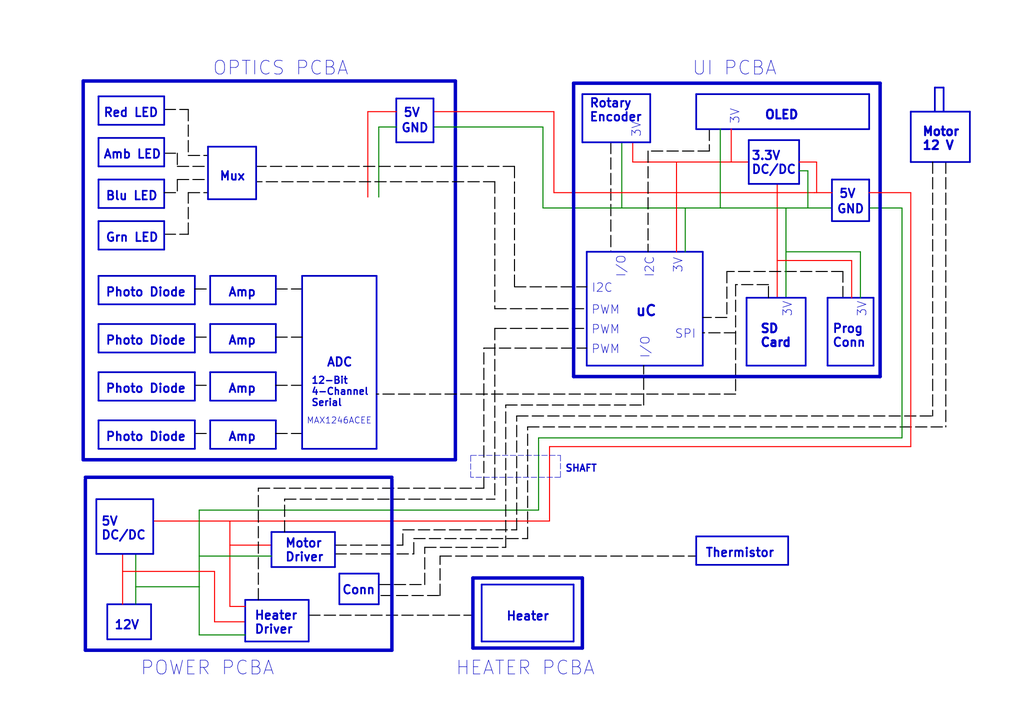
<source format=kicad_sch>
(kicad_sch
	(version 20250114)
	(generator "eeschema")
	(generator_version "9.0")
	(uuid "206eec51-5bec-4319-8668-c4b8c98b19c1")
	(paper "A4")
	(lib_symbols)
	(text "Heater"
		(exclude_from_sim no)
		(at 146.685 180.34 0)
		(effects
			(font
				(size 2.5 2.5)
				(bold yes)
			)
			(justify left bottom)
		)
		(uuid "015c5608-c318-4c6e-b29d-91127de3b387")
	)
	(text "Amp"
		(exclude_from_sim no)
		(at 66.04 128.27 0)
		(effects
			(font
				(size 2.5 2.5)
				(bold yes)
			)
			(justify left bottom)
		)
		(uuid "0663996a-3c24-4f20-866f-f072a6c2abe0")
	)
	(text "Photo Diode"
		(exclude_from_sim no)
		(at 30.48 128.27 0)
		(effects
			(font
				(size 2.5 2.5)
				(bold yes)
			)
			(justify left bottom)
		)
		(uuid "09de0000-01bf-481e-8a3a-280e20e2f0e4")
	)
	(text "Amp"
		(exclude_from_sim no)
		(at 66.04 114.3 0)
		(effects
			(font
				(size 2.5 2.5)
				(bold yes)
			)
			(justify left bottom)
		)
		(uuid "0a30f5b5-b7f2-43d2-9302-bfc99f5b193e")
	)
	(text "Photo Diode"
		(exclude_from_sim no)
		(at 30.48 100.33 0)
		(effects
			(font
				(size 2.5 2.5)
				(bold yes)
			)
			(justify left bottom)
		)
		(uuid "0a453cd0-5ab2-4b73-9dbb-41ede82318a4")
	)
	(text "Photo Diode"
		(exclude_from_sim no)
		(at 30.48 114.3 0)
		(effects
			(font
				(size 2.5 2.5)
				(bold yes)
			)
			(justify left bottom)
		)
		(uuid "0abcddaa-1998-48e9-bdac-e94239d75cb8")
	)
	(text "Rotary\nEncoder"
		(exclude_from_sim no)
		(at 170.815 35.56 0)
		(effects
			(font
				(size 2.5 2.5)
				(bold yes)
			)
			(justify left bottom)
		)
		(uuid "0e0ad59f-49c7-49e1-8181-4f4bccf85da4")
	)
	(text "I2C"
		(exclude_from_sim no)
		(at 189.865 80.645 90)
		(effects
			(font
				(size 2.5 2.5)
			)
			(justify left bottom)
		)
		(uuid "0f8ab301-2844-4510-b014-5a53e7ea7d1c")
	)
	(text "3V"
		(exclude_from_sim no)
		(at 198.12 79.375 90)
		(effects
			(font
				(size 2.5 2.5)
			)
			(justify left bottom)
		)
		(uuid "1c608d9a-9dfe-4d70-b5ae-40439679d77e")
	)
	(text "HEATER PCBA"
		(exclude_from_sim no)
		(at 132.08 196.215 0)
		(effects
			(font
				(size 4 4)
			)
			(justify left bottom)
		)
		(uuid "1f9c7422-1e77-4e92-b945-169aac2cf718")
	)
	(text "PWM"
		(exclude_from_sim no)
		(at 171.45 102.87 0)
		(effects
			(font
				(size 2.5 2.5)
			)
			(justify left bottom)
		)
		(uuid "223d0a8d-48ac-404b-a715-defd5b067676")
	)
	(text "3V"
		(exclude_from_sim no)
		(at 214.63 36.195 90)
		(effects
			(font
				(size 2.5 2.5)
			)
			(justify left bottom)
		)
		(uuid "2519df0a-a699-4f25-941d-96100cdb7313")
	)
	(text "Amb LED"
		(exclude_from_sim no)
		(at 29.845 46.355 0)
		(effects
			(font
				(size 2.5 2.5)
				(bold yes)
			)
			(justify left bottom)
		)
		(uuid "258a63f6-8f54-42d2-aa66-24cdcc9a4424")
	)
	(text "SPI"
		(exclude_from_sim no)
		(at 201.93 98.425 0)
		(effects
			(font
				(size 2.5 2.5)
			)
			(justify right bottom)
		)
		(uuid "2b0e18aa-7bd5-4548-8397-cb8f999f1c07")
	)
	(text "Conn"
		(exclude_from_sim no)
		(at 99.06 172.72 0)
		(effects
			(font
				(size 2.5 2.5)
				(thickness 0.5)
				(bold yes)
			)
			(justify left bottom)
		)
		(uuid "2c4945ad-40de-4d49-87a6-238b955c390a")
	)
	(text "GND"
		(exclude_from_sim no)
		(at 116.205 38.735 0)
		(effects
			(font
				(size 2.5 2.5)
				(bold yes)
			)
			(justify left bottom)
		)
		(uuid "37871e53-7069-49b7-a3ce-516b7396d278")
	)
	(text "5V"
		(exclude_from_sim no)
		(at 243.205 57.785 0)
		(effects
			(font
				(size 2.5 2.5)
				(bold yes)
			)
			(justify left bottom)
		)
		(uuid "3fe6700b-f20e-4e7b-b878-3a713f9e0111")
	)
	(text "Grn LED"
		(exclude_from_sim no)
		(at 30.48 70.485 0)
		(effects
			(font
				(size 2.5 2.5)
				(bold yes)
			)
			(justify left bottom)
		)
		(uuid "423d3b1f-fd47-469e-a080-a6073234b980")
	)
	(text "Prog\nConn"
		(exclude_from_sim no)
		(at 241.3 100.965 0)
		(effects
			(font
				(size 2.5 2.5)
				(bold yes)
			)
			(justify left bottom)
		)
		(uuid "47c79011-a214-4e60-b284-23deb1c6f11e")
	)
	(text "5V"
		(exclude_from_sim no)
		(at 116.84 34.29 0)
		(effects
			(font
				(size 2.5 2.5)
				(bold yes)
			)
			(justify left bottom)
		)
		(uuid "4fc39494-fc11-494c-bff3-74db81b8f1ad")
	)
	(text "OLED"
		(exclude_from_sim no)
		(at 221.615 34.925 0)
		(effects
			(font
				(size 2.5 2.5)
				(thickness 0.6)
				(bold yes)
			)
			(justify left bottom)
		)
		(uuid "54be060b-6caf-45f7-bdde-a3e4b87badca")
	)
	(text "Photo Diode"
		(exclude_from_sim no)
		(at 30.48 86.36 0)
		(effects
			(font
				(size 2.5 2.5)
				(bold yes)
			)
			(justify left bottom)
		)
		(uuid "581e2f94-590d-4ff2-ad7f-5d5d0dde144c")
	)
	(text "3V"
		(exclude_from_sim no)
		(at 251.46 92.075 90)
		(effects
			(font
				(size 2.5 2.5)
			)
			(justify left bottom)
		)
		(uuid "5cdec931-7947-465a-a2c0-d950af4cfc5a")
	)
	(text "OPTICS PCBA"
		(exclude_from_sim no)
		(at 61.595 22.225 0)
		(effects
			(font
				(size 4 4)
			)
			(justify left bottom)
		)
		(uuid "66815aca-e2d6-41bc-9074-a9fadb9ea928")
	)
	(text "3V"
		(exclude_from_sim no)
		(at 229.87 92.075 90)
		(effects
			(font
				(size 2.5 2.5)
			)
			(justify left bottom)
		)
		(uuid "68ccf638-0eda-4679-a0b8-70234cabaf32")
	)
	(text "Red LED"
		(exclude_from_sim no)
		(at 29.845 34.29 0)
		(effects
			(font
				(size 2.5 2.5)
				(bold yes)
			)
			(justify left bottom)
		)
		(uuid "707798fe-861c-4fe0-8741-efc03fdd7e8b")
	)
	(text "Blu LED"
		(exclude_from_sim no)
		(at 30.48 58.42 0)
		(effects
			(font
				(size 2.5 2.5)
				(bold yes)
			)
			(justify left bottom)
		)
		(uuid "7f1d128f-42bd-40c1-88a9-038e86a40160")
	)
	(text "3.3V\nDC/DC"
		(exclude_from_sim no)
		(at 217.805 50.8 0)
		(effects
			(font
				(size 2.5 2.5)
				(bold yes)
			)
			(justify left bottom)
		)
		(uuid "7f92bd5f-d1da-4623-b15e-ed13a745be25")
	)
	(text "Amp"
		(exclude_from_sim no)
		(at 66.04 100.33 0)
		(effects
			(font
				(size 2.5 2.5)
				(bold yes)
			)
			(justify left bottom)
		)
		(uuid "7fdaed01-4833-42bf-8684-2331ba9bc3c5")
	)
	(text "PWM"
		(exclude_from_sim no)
		(at 171.45 91.44 0)
		(effects
			(font
				(size 2.5 2.5)
			)
			(justify left bottom)
		)
		(uuid "81092086-01e6-4b6d-831b-d68158a335a7")
	)
	(text "SD\nCard"
		(exclude_from_sim no)
		(at 220.345 100.965 0)
		(effects
			(font
				(size 2.5 2.5)
				(thickness 0.6)
				(bold yes)
			)
			(justify left bottom)
		)
		(uuid "84a999af-0021-42d0-90ef-70cce90b30da")
	)
	(text "Mux"
		(exclude_from_sim no)
		(at 63.5 52.705 0)
		(effects
			(font
				(size 2.5 2.5)
				(bold yes)
			)
			(justify left bottom)
		)
		(uuid "876133ab-b215-438a-b4d9-b6ab43f73ba2")
	)
	(text "I/O"
		(exclude_from_sim no)
		(at 188.595 104.14 90)
		(effects
			(font
				(size 2.5 2.5)
			)
			(justify left bottom)
		)
		(uuid "a1b0daaf-7d20-4490-8ba6-e2c7128407e2")
	)
	(text "I/O"
		(exclude_from_sim no)
		(at 181.61 80.645 90)
		(effects
			(font
				(size 2.5 2.5)
			)
			(justify left bottom)
		)
		(uuid "a2dbb50e-8df3-4903-92f2-3d60185697a2")
	)
	(text "Heater\nDriver"
		(exclude_from_sim no)
		(at 73.66 184.15 0)
		(effects
			(font
				(size 2.5 2.5)
				(bold yes)
			)
			(justify left bottom)
		)
		(uuid "ac65d2c2-910d-410c-97a8-5682b3d30716")
	)
	(text "uC"
		(exclude_from_sim no)
		(at 184.15 92.075 0)
		(effects
			(font
				(size 3 3)
				(thickness 0.6)
				(bold yes)
			)
			(justify left bottom)
		)
		(uuid "afd0cccf-0540-45e5-9e40-88567fa79de3")
	)
	(text "3V"
		(exclude_from_sim no)
		(at 186.055 40.005 90)
		(effects
			(font
				(size 2.5 2.5)
			)
			(justify left bottom)
		)
		(uuid "b03680ad-1587-4a24-b168-4e163aef5aa5")
	)
	(text "Motor\nDriver"
		(exclude_from_sim no)
		(at 82.55 163.195 0)
		(effects
			(font
				(size 2.5 2.5)
				(thickness 0.5)
				(bold yes)
			)
			(justify left bottom)
		)
		(uuid "b782f7a8-a28b-460c-9a45-b896eceeb5b1")
	)
	(text "SHAFT"
		(exclude_from_sim no)
		(at 163.83 137.16 0)
		(effects
			(font
				(size 2 2)
				(thickness 0.4)
				(bold yes)
			)
			(justify left bottom)
		)
		(uuid "bad78a11-1389-4d8a-ac5f-82987eea98e1")
	)
	(text "MAX1246ACEE"
		(exclude_from_sim no)
		(at 88.9 123.19 0)
		(effects
			(font
				(size 1.8 1.8)
			)
			(justify left bottom)
		)
		(uuid "c1043744-ec8e-436b-96d0-cc3f57a4b9fa")
	)
	(text "ADC"
		(exclude_from_sim no)
		(at 94.615 106.68 0)
		(effects
			(font
				(size 2.5 2.5)
				(bold yes)
			)
			(justify left bottom)
		)
		(uuid "c9a3fb3f-91dc-4ce8-b119-99a4707962e0")
	)
	(text "GND"
		(exclude_from_sim no)
		(at 242.57 62.23 0)
		(effects
			(font
				(size 2.5 2.5)
				(bold yes)
			)
			(justify left bottom)
		)
		(uuid "ca1148b4-757f-453c-8af1-bc181e403ae9")
	)
	(text "5V\nDC/DC"
		(exclude_from_sim no)
		(at 29.21 156.845 0)
		(effects
			(font
				(size 2.5 2.5)
				(bold yes)
			)
			(justify left bottom)
		)
		(uuid "ca78b671-ccc8-4d72-b25a-7b1b5974f924")
	)
	(text "UI PCBA"
		(exclude_from_sim no)
		(at 200.66 22.225 0)
		(effects
			(font
				(size 4 4)
			)
			(justify left bottom)
		)
		(uuid "d8fbbcd7-4256-43eb-8e2e-bb6b0d490f8f")
	)
	(text "12-Bit\n4-Channel\nSerial"
		(exclude_from_sim no)
		(at 90.17 118.11 0)
		(effects
			(font
				(size 2 2)
				(thickness 0.4)
				(bold yes)
			)
			(justify left bottom)
		)
		(uuid "e26be6e5-52a4-4670-8587-f7ea3997c631")
	)
	(text "Thermistor"
		(exclude_from_sim no)
		(at 204.47 161.925 0)
		(effects
			(font
				(size 2.5 2.5)
				(bold yes)
			)
			(justify left bottom)
		)
		(uuid "e7b4ea5c-e387-433a-a16f-f8a3b2673d9a")
	)
	(text "I2C"
		(exclude_from_sim no)
		(at 177.8 85.09 0)
		(effects
			(font
				(size 2.5 2.5)
			)
			(justify right bottom)
		)
		(uuid "ea2a4e95-9004-4748-80c1-199d9a2ad7e6")
	)
	(text "Amp"
		(exclude_from_sim no)
		(at 66.04 86.36 0)
		(effects
			(font
				(size 2.5 2.5)
				(bold yes)
			)
			(justify left bottom)
		)
		(uuid "ea4803aa-40ea-4f8b-a320-ac588cbf80b9")
	)
	(text "POWER PCBA"
		(exclude_from_sim no)
		(at 40.64 196.215 0)
		(effects
			(font
				(size 4 4)
			)
			(justify left bottom)
		)
		(uuid "ea873bb5-29b4-454e-961e-646a2db73b89")
	)
	(text "12V"
		(exclude_from_sim no)
		(at 33.02 182.88 0)
		(effects
			(font
				(size 2.5 2.5)
				(bold yes)
			)
			(justify left bottom)
		)
		(uuid "ede2f06a-1593-4ef0-854a-c66d9ca93c80")
	)
	(text "PWM"
		(exclude_from_sim no)
		(at 171.45 97.155 0)
		(effects
			(font
				(size 2.5 2.5)
			)
			(justify left bottom)
		)
		(uuid "f9adb184-2591-4478-a918-adf0a364644f")
	)
	(text "Motor\n12 V"
		(exclude_from_sim no)
		(at 267.335 43.815 0)
		(effects
			(font
				(size 2.5 2.5)
				(thickness 0.6)
				(bold yes)
			)
			(justify left bottom)
		)
		(uuid "fe238c60-973d-481f-a662-d6fe5ec06ae0")
	)
	(polyline
		(pts
			(xy 98.425 175.26) (xy 98.425 166.37)
		)
		(stroke
			(width 0.5)
			(type solid)
		)
		(uuid "017da3b6-81a3-42c0-8c63-d11a7b7dc32e")
	)
	(polyline
		(pts
			(xy 60.96 80.01) (xy 60.96 88.265)
		)
		(stroke
			(width 0.5)
			(type solid)
		)
		(uuid "02e43c6a-2855-4572-a8b4-d26ed50a72d6")
	)
	(polyline
		(pts
			(xy 27.94 160.655) (xy 44.45 160.655)
		)
		(stroke
			(width 0.5)
			(type solid)
		)
		(uuid "04f93285-21d6-4ba1-b795-c0b97bed2b6f")
	)
	(polyline
		(pts
			(xy 170.18 73.025) (xy 203.835 73.025)
		)
		(stroke
			(width 0.5)
			(type solid)
		)
		(uuid "08b441d9-0c85-42f1-97e0-89f7fa6d89c3")
	)
	(polyline
		(pts
			(xy 66.675 175.895) (xy 71.12 175.895)
		)
		(stroke
			(width 0.3)
			(type solid)
			(color 255 0 0 1)
		)
		(uuid "090e0038-be81-48e1-b8ce-d30b1d849003")
	)
	(polyline
		(pts
			(xy 51.435 48.26) (xy 60.325 48.26)
		)
		(stroke
			(width 0.3)
			(type dash)
			(color 0 0 0 1)
		)
		(uuid "094edec0-8df5-4b77-8d67-4120da78f3e6")
	)
	(polyline
		(pts
			(xy 208.915 37.465) (xy 208.915 60.325)
		)
		(stroke
			(width 0.3)
			(type solid)
			(color 0 132 0 1)
		)
		(uuid "09cf3431-ea85-4995-8683-7fb8e85674b9")
	)
	(polyline
		(pts
			(xy 31.115 175.26) (xy 31.115 185.42)
		)
		(stroke
			(width 0.5)
			(type solid)
		)
		(uuid "0bac1d0a-20f1-42c6-9f2d-ae9f7a19b974")
	)
	(polyline
		(pts
			(xy 166.37 24.13) (xy 166.37 109.22)
		)
		(stroke
			(width 1)
			(type solid)
		)
		(uuid "0bbccb80-be97-4c42-bd6c-6f630e9e42a9")
	)
	(polyline
		(pts
			(xy 140.335 100.965) (xy 170.18 100.965)
		)
		(stroke
			(width 0.3)
			(type dash)
			(color 0 0 0 1)
		)
		(uuid "0ce1b266-9211-4ab4-9c62-07da2be3dc43")
	)
	(polyline
		(pts
			(xy 146.685 158.75) (xy 146.685 117.475)
		)
		(stroke
			(width 0.3)
			(type dash)
			(color 0 0 0 1)
		)
		(uuid "0d41e594-d8e8-4e35-bd6d-5726cca4168e")
	)
	(polyline
		(pts
			(xy 233.68 106.045) (xy 216.535 106.045)
		)
		(stroke
			(width 0.5)
			(type solid)
		)
		(uuid "0e226f87-a0c1-4000-9bcb-9c956f18e05a")
	)
	(polyline
		(pts
			(xy 159.385 129.54) (xy 159.385 151.13)
		)
		(stroke
			(width 0.3)
			(type solid)
			(color 255 0 0 1)
		)
		(uuid "0edab9d9-0386-4bdf-be66-e062a7305506")
	)
	(polyline
		(pts
			(xy 60.96 107.95) (xy 60.96 116.205)
		)
		(stroke
			(width 0.5)
			(type solid)
		)
		(uuid "0f2f978e-cd13-42a7-9cbb-b2c8893bcc02")
	)
	(polyline
		(pts
			(xy 62.23 165.735) (xy 62.23 180.34)
		)
		(stroke
			(width 0.3)
			(type solid)
			(color 255 0 0 1)
		)
		(uuid "1033726f-af71-4f46-9282-cd633b0b05b0")
	)
	(polyline
		(pts
			(xy 127.635 172.72) (xy 127.635 161.29)
		)
		(stroke
			(width 0.3)
			(type dash)
			(color 0 0 0 1)
		)
		(uuid "10cc9103-adf4-4ef6-9c9c-ba385db2070e")
	)
	(polyline
		(pts
			(xy 123.19 158.75) (xy 146.685 158.75)
		)
		(stroke
			(width 0.3)
			(type dash)
			(color 0 0 0 1)
		)
		(uuid "11ea928a-1b5b-471b-b748-8672a47308ea")
	)
	(polyline
		(pts
			(xy 203.835 106.045) (xy 203.835 73.025)
		)
		(stroke
			(width 0.5)
			(type solid)
		)
		(uuid "131091c3-56d1-453a-9d3a-f0e70a92caf6")
	)
	(polyline
		(pts
			(xy 60.96 107.95) (xy 80.01 107.95)
		)
		(stroke
			(width 0.5)
			(type solid)
		)
		(uuid "1335e085-9929-4c2a-bce9-81331398acfe")
	)
	(polyline
		(pts
			(xy 149.225 83.185) (xy 170.18 83.185)
		)
		(stroke
			(width 0.3)
			(type dash)
			(color 0 0 0 1)
		)
		(uuid "137cc3f7-9a3f-4c46-b110-45272e82bba2")
	)
	(polyline
		(pts
			(xy 255.27 24.13) (xy 166.37 24.13)
		)
		(stroke
			(width 1)
			(type solid)
		)
		(uuid "13d8277c-55e8-43d8-8d4e-a2f396466437")
	)
	(polyline
		(pts
			(xy 149.86 120.65) (xy 270.51 120.65)
		)
		(stroke
			(width 0.3)
			(type dash)
			(color 0 0 0 1)
		)
		(uuid "15d999d8-4c16-4d73-b6b2-4f614eb78e17")
	)
	(polyline
		(pts
			(xy 216.535 86.36) (xy 233.68 86.36)
		)
		(stroke
			(width 0.5)
			(type solid)
		)
		(uuid "1686c2a6-9924-49cf-b182-fa049ba7f8f1")
	)
	(polyline
		(pts
			(xy 56.515 111.76) (xy 60.96 111.76)
		)
		(stroke
			(width 0.3)
			(type dash)
			(color 0 0 0 1)
		)
		(uuid "1b128627-f39e-4be4-a3ae-cc0dc02c4921")
	)
	(polyline
		(pts
			(xy 28.575 40.005) (xy 28.575 48.26)
		)
		(stroke
			(width 0.5)
			(type solid)
		)
		(uuid "1b3ca6ac-0aa7-4f92-bcbf-da950a82259b")
	)
	(polyline
		(pts
			(xy 188.595 41.275) (xy 168.91 41.275)
		)
		(stroke
			(width 0.5)
			(type solid)
		)
		(uuid "1b9361c0-eb49-4fdb-99c8-743af09d5f26")
	)
	(polyline
		(pts
			(xy 186.69 117.475) (xy 186.69 106.045)
		)
		(stroke
			(width 0.3)
			(type dash)
			(color 0 0 0 1)
		)
		(uuid "1d0388a8-8436-4edc-894f-0662b64da0e8")
	)
	(polyline
		(pts
			(xy 24.765 188.595) (xy 24.765 139.065)
		)
		(stroke
			(width 1)
			(type solid)
		)
		(uuid "1d4f8355-09fd-4828-81e6-80e9f1f6308e")
	)
	(polyline
		(pts
			(xy 47.625 55.88) (xy 51.435 55.88)
		)
		(stroke
			(width 0.3)
			(type dash)
			(color 0 0 0 1)
		)
		(uuid "1e3d5377-e7d5-40f3-8754-fad9fdd55f0a")
	)
	(polyline
		(pts
			(xy 39.37 170.18) (xy 57.785 170.18)
		)
		(stroke
			(width 0.3)
			(type solid)
			(color 0 132 0 1)
		)
		(uuid "1ea379cb-f159-47a7-892b-96ef96cea7ed")
	)
	(polyline
		(pts
			(xy 213.36 96.52) (xy 203.835 96.52)
		)
		(stroke
			(width 0.3)
			(type dash)
			(color 0 0 0 1)
		)
		(uuid "1f0ba860-1d64-42ea-bb6b-7a8eb63901ae")
	)
	(polyline
		(pts
			(xy 201.93 37.465) (xy 252.095 37.465)
		)
		(stroke
			(width 0.5)
			(type solid)
		)
		(uuid "1f2f4a21-40fe-438d-b12b-19dc0bc91500")
	)
	(polyline
		(pts
			(xy 231.775 53.34) (xy 217.17 53.34)
		)
		(stroke
			(width 0.5)
			(type solid)
		)
		(uuid "209ba1c4-8449-4ce2-a7c5-8100c6e84da0")
	)
	(polyline
		(pts
			(xy 137.16 167.64) (xy 168.91 167.64)
		)
		(stroke
			(width 1)
			(type solid)
		)
		(uuid "2104690e-6344-4801-80b3-b6e412d9a17e")
	)
	(polyline
		(pts
			(xy 247.015 75.565) (xy 247.015 86.36)
		)
		(stroke
			(width 0.3)
			(type solid)
			(color 255 0 0 1)
		)
		(uuid "211ea368-11b5-4dd5-a78f-06ca803900cf")
	)
	(polyline
		(pts
			(xy 28.575 40.005) (xy 47.625 40.005)
		)
		(stroke
			(width 0.5)
			(type solid)
		)
		(uuid "22739225-596b-4f4a-a1cd-0a401f647d66")
	)
	(polyline
		(pts
			(xy 255.27 109.22) (xy 255.27 24.13)
		)
		(stroke
			(width 1)
			(type solid)
		)
		(uuid "250e26ef-8427-42ae-a248-681462176b35")
	)
	(polyline
		(pts
			(xy 281.305 46.99) (xy 281.305 32.385)
		)
		(stroke
			(width 0.5)
			(type solid)
			(color 0 0 194 1)
		)
		(uuid "252e3fe7-fc34-4eaa-9e3d-0a84de586117")
	)
	(polyline
		(pts
			(xy 109.855 175.26) (xy 98.425 175.26)
		)
		(stroke
			(width 0.5)
			(type solid)
		)
		(uuid "25d4d497-cd2c-4a8a-8928-1e3d2e9bb9ef")
	)
	(polyline
		(pts
			(xy 216.535 106.045) (xy 216.535 86.36)
		)
		(stroke
			(width 0.5)
			(type solid)
		)
		(uuid "282067aa-84cf-45a8-a42b-599bb0511cf3")
	)
	(polyline
		(pts
			(xy 261.62 60.325) (xy 261.62 127)
		)
		(stroke
			(width 0.3)
			(type solid)
			(color 0 132 0 1)
		)
		(uuid "28c9eb4a-d6ec-4c30-ac41-97fe162fac44")
	)
	(polyline
		(pts
			(xy 162.56 138.43) (xy 136.525 138.43)
		)
		(stroke
			(width 0)
			(type dash)
		)
		(uuid "2be38e11-ba34-4860-b867-8cc652017ff2")
	)
	(polyline
		(pts
			(xy 225.425 75.565) (xy 247.015 75.565)
		)
		(stroke
			(width 0.3)
			(type solid)
			(color 255 0 0 1)
		)
		(uuid "2c15b37f-37e2-473e-a2b7-69950abbfc36")
	)
	(polyline
		(pts
			(xy 166.37 109.22) (xy 255.27 109.22)
		)
		(stroke
			(width 1)
			(type solid)
		)
		(uuid "2c6f800b-e95a-4bf6-9f94-a049e1903888")
	)
	(polyline
		(pts
			(xy 225.425 53.34) (xy 225.425 86.36)
		)
		(stroke
			(width 0.3)
			(type solid)
			(color 255 0 0 1)
		)
		(uuid "2cd0aa62-00bb-4fb8-a6c8-e62335e038ee")
	)
	(polyline
		(pts
			(xy 116.84 158.115) (xy 116.84 153.67)
		)
		(stroke
			(width 0.3)
			(type dash)
			(color 0 0 0 1)
		)
		(uuid "2d3c8fbd-2ea0-441a-8033-0ee96575d48e")
	)
	(polyline
		(pts
			(xy 210.82 92.075) (xy 203.835 92.075)
		)
		(stroke
			(width 0.3)
			(type dash)
			(color 0 0 0 1)
		)
		(uuid "2e87386f-06bb-42da-aeb6-87446776fd1d")
	)
	(polyline
		(pts
			(xy 80.01 125.73) (xy 87.63 125.73)
		)
		(stroke
			(width 0.3)
			(type dash)
			(color 0 0 0 1)
		)
		(uuid "2eae8403-b9e5-4471-84b9-b00525476890")
	)
	(polyline
		(pts
			(xy 44.45 144.78) (xy 44.45 160.655)
		)
		(stroke
			(width 0.5)
			(type solid)
		)
		(uuid "2efb681c-89d3-410e-b8f9-f78c5766e53a")
	)
	(polyline
		(pts
			(xy 87.63 80.01) (xy 109.22 80.01)
		)
		(stroke
			(width 0.5)
			(type solid)
		)
		(uuid "3004ff1d-3243-4b8c-9b3f-31272c18d196")
	)
	(polyline
		(pts
			(xy 139.7 169.545) (xy 166.37 169.545)
		)
		(stroke
			(width 0.5)
			(type solid)
		)
		(uuid "30a5e45b-71e0-4a8d-b110-1c3a348e005e")
	)
	(polyline
		(pts
			(xy 39.37 160.655) (xy 39.37 175.26)
		)
		(stroke
			(width 0.3)
			(type solid)
			(color 0 132 0 1)
		)
		(uuid "3128dad5-1f2d-495f-a47d-775de41162cf")
	)
	(polyline
		(pts
			(xy 273.685 25.4) (xy 271.145 25.4)
		)
		(stroke
			(width 0.5)
			(type solid)
			(color 0 0 194 1)
		)
		(uuid "31ecfb50-7d0d-4f5d-9684-37105bb4c648")
	)
	(polyline
		(pts
			(xy 205.74 37.465) (xy 205.74 43.815)
		)
		(stroke
			(width 0.3)
			(type dash)
			(color 0 0 0 1)
		)
		(uuid "32105ddc-78ae-4f79-86c6-c5d09172f0f2")
	)
	(polyline
		(pts
			(xy 109.855 36.83) (xy 114.935 36.83)
		)
		(stroke
			(width 0.3)
			(type solid)
			(color 0 132 0 1)
		)
		(uuid "32a3bf61-2218-4261-ad46-74d25f54e26c")
	)
	(polyline
		(pts
			(xy 39.37 175.26) (xy 39.37 175.26)
		)
		(stroke
			(width 0.3)
			(type solid)
			(color 0 132 0 1)
		)
		(uuid "3355709a-467e-4a6f-b5da-1efaec7720c4")
	)
	(polyline
		(pts
			(xy 60.96 93.98) (xy 60.96 102.235)
		)
		(stroke
			(width 0.5)
			(type solid)
		)
		(uuid "34da741b-c41b-4d39-b638-f5448db2603b")
	)
	(polyline
		(pts
			(xy 139.7 176.53) (xy 139.7 177.165)
		)
		(stroke
			(width 0)
			(type dash)
		)
		(uuid "36666704-a0f9-4ac4-aaa0-c37cf6727bcc")
	)
	(polyline
		(pts
			(xy 157.48 60.325) (xy 241.3 60.325)
		)
		(stroke
			(width 0.3)
			(type solid)
			(color 0 132 0 1)
		)
		(uuid "3870edc0-d91d-4e09-acd4-a35d4e7935b7")
	)
	(polyline
		(pts
			(xy 252.095 64.135) (xy 252.095 52.07)
		)
		(stroke
			(width 0.5)
			(type solid)
			(color 0 0 194 1)
		)
		(uuid "387e88d5-12f7-4406-9187-6916bec744b1")
	)
	(polyline
		(pts
			(xy 123.19 169.545) (xy 123.19 158.75)
		)
		(stroke
			(width 0.3)
			(type dash)
			(color 0 0 0 1)
		)
		(uuid "3a7ac7bf-06b5-4362-9279-85f1a1e88041")
	)
	(polyline
		(pts
			(xy 143.51 52.705) (xy 74.295 52.705)
		)
		(stroke
			(width 0.3)
			(type dash)
			(color 0 0 0 1)
		)
		(uuid "3b9ba609-eb54-4a2f-9212-d5bb65426af8")
	)
	(polyline
		(pts
			(xy 132.08 23.495) (xy 132.08 133.35)
		)
		(stroke
			(width 1)
			(type solid)
		)
		(uuid "3c142eab-f5d9-4cfc-8c4d-5bdcb61349af")
	)
	(polyline
		(pts
			(xy 241.3 52.07) (xy 252.095 52.07)
		)
		(stroke
			(width 0.5)
			(type solid)
			(color 0 0 194 1)
		)
		(uuid "3d6eb896-c271-4c2d-ac60-859fdb70aacf")
	)
	(polyline
		(pts
			(xy 35.56 165.735) (xy 62.23 165.735)
		)
		(stroke
			(width 0.3)
			(type solid)
			(color 255 0 0 1)
		)
		(uuid "3e3ebfc7-ffe2-43fb-a26e-f68e115d6d5b")
	)
	(polyline
		(pts
			(xy 137.16 167.64) (xy 137.16 187.96)
		)
		(stroke
			(width 1)
			(type solid)
		)
		(uuid "3fd8ee73-11b9-4862-8f1d-8967b1ca1af4")
	)
	(polyline
		(pts
			(xy 56.515 121.92) (xy 56.515 130.175)
		)
		(stroke
			(width 0.5)
			(type solid)
		)
		(uuid "3fe7d86f-b313-42e5-8ecf-2ec1bdcd48cd")
	)
	(polyline
		(pts
			(xy 136.525 132.08) (xy 162.56 132.08)
		)
		(stroke
			(width 0)
			(type dash)
		)
		(uuid "3ff249f4-b12b-4efe-a8ba-52cfac07bd1d")
	)
	(polyline
		(pts
			(xy 210.82 78.74) (xy 210.82 92.075)
		)
		(stroke
			(width 0.3)
			(type dash)
			(color 0 0 0 1)
		)
		(uuid "41732187-d3a6-4ba8-ba8b-6c9dea4c5ca9")
	)
	(polyline
		(pts
			(xy 31.115 185.42) (xy 43.815 185.42)
		)
		(stroke
			(width 0.5)
			(type solid)
		)
		(uuid "41b0e940-a5d7-4474-a263-125fb6bbddad")
	)
	(polyline
		(pts
			(xy 180.34 41.275) (xy 180.34 60.325)
		)
		(stroke
			(width 0.3)
			(type solid)
			(color 0 132 0 1)
		)
		(uuid "41d9e56b-f859-40dd-af6b-9b8e45feef00")
	)
	(polyline
		(pts
			(xy 120.015 160.655) (xy 120.015 156.21)
		)
		(stroke
			(width 0.3)
			(type dash)
			(color 0 0 0 1)
		)
		(uuid "44c08e44-9237-4403-9fb5-d4de3e27d005")
	)
	(polyline
		(pts
			(xy 28.575 27.94) (xy 47.625 27.94)
		)
		(stroke
			(width 0.5)
			(type solid)
		)
		(uuid "46faa16a-216b-4d79-9636-56b41b9e75df")
	)
	(polyline
		(pts
			(xy 60.96 121.92) (xy 80.01 121.92)
		)
		(stroke
			(width 0.5)
			(type solid)
		)
		(uuid "47cb84fb-0c38-41d1-bb27-800f9ca3e94c")
	)
	(polyline
		(pts
			(xy 28.575 80.01) (xy 28.575 88.265)
		)
		(stroke
			(width 0.5)
			(type solid)
		)
		(uuid "47cf9087-6638-4aa0-b621-5e63138d7e6c")
	)
	(polyline
		(pts
			(xy 168.91 167.64) (xy 168.91 187.96)
		)
		(stroke
			(width 1)
			(type solid)
		)
		(uuid "47f38da5-8d6b-40c0-b7b6-6868bc0790ee")
	)
	(polyline
		(pts
			(xy 98.425 166.37) (xy 109.855 166.37)
		)
		(stroke
			(width 0.5)
			(type solid)
		)
		(uuid "48a39947-185b-44c1-a0a8-a0cac0650c5f")
	)
	(polyline
		(pts
			(xy 201.93 27.305) (xy 201.93 37.465)
		)
		(stroke
			(width 0.5)
			(type solid)
		)
		(uuid "48e383e0-c904-4474-8b37-e14a25ea6afd")
	)
	(polyline
		(pts
			(xy 47.625 67.945) (xy 54.61 67.945)
		)
		(stroke
			(width 0.3)
			(type dash)
			(color 0 0 0 1)
		)
		(uuid "490e3999-77b5-45a7-adc1-b5442c85b6e4")
	)
	(polyline
		(pts
			(xy 71.12 173.99) (xy 89.535 173.99)
		)
		(stroke
			(width 0.5)
			(type solid)
		)
		(uuid "499b0f75-1321-46bf-a106-27dfab725d3c")
	)
	(polyline
		(pts
			(xy 47.625 72.39) (xy 28.575 72.39)
		)
		(stroke
			(width 0.5)
			(type solid)
		)
		(uuid "4a3cb0cb-3dcb-4992-8e45-cad8204cba99")
	)
	(polyline
		(pts
			(xy 149.225 48.26) (xy 149.225 83.185)
		)
		(stroke
			(width 0.3)
			(type dash)
			(color 0 0 0 1)
		)
		(uuid "4a7d554f-9cb0-4c1b-80d1-f9fdfbc649ff")
	)
	(polyline
		(pts
			(xy 43.815 185.42) (xy 43.815 175.26)
		)
		(stroke
			(width 0.5)
			(type solid)
		)
		(uuid "4a99ee7c-7c9c-48a9-8d70-b077993e5326")
	)
	(polyline
		(pts
			(xy 156.21 127) (xy 156.21 147.955)
		)
		(stroke
			(width 0.3)
			(type solid)
			(color 0 132 0 1)
		)
		(uuid "4d4ec731-799e-4988-abcc-793bcb47a7c2")
	)
	(polyline
		(pts
			(xy 241.3 64.135) (xy 252.095 64.135)
		)
		(stroke
			(width 0.5)
			(type solid)
			(color 0 0 194 1)
		)
		(uuid "4dedaf4a-ede8-418a-b1a4-ac58e49450e2")
	)
	(polyline
		(pts
			(xy 97.155 160.655) (xy 120.015 160.655)
		)
		(stroke
			(width 0.3)
			(type dash)
			(color 0 0 0 1)
		)
		(uuid "4eba8b46-e98a-4850-a161-9030110921c8")
	)
	(polyline
		(pts
			(xy 80.01 88.265) (xy 80.01 80.01)
		)
		(stroke
			(width 0.5)
			(type solid)
		)
		(uuid "4fb9806c-92fd-4ec5-bf0e-804c505c6cba")
	)
	(polyline
		(pts
			(xy 60.325 42.545) (xy 74.295 42.545)
		)
		(stroke
			(width 0.5)
			(type solid)
		)
		(uuid "50001267-94d1-45b9-8ef1-9aecd86af09a")
	)
	(polyline
		(pts
			(xy 168.91 187.96) (xy 137.16 187.96)
		)
		(stroke
			(width 1)
			(type solid)
		)
		(uuid "51e51700-a25a-4b8b-a5e0-b8808bf0bb3a")
	)
	(polyline
		(pts
			(xy 71.12 173.99) (xy 71.12 186.055)
		)
		(stroke
			(width 0.5)
			(type solid)
		)
		(uuid "51ef77ef-0a4c-4052-9b67-db2c435b696e")
	)
	(polyline
		(pts
			(xy 28.575 27.94) (xy 28.575 36.195)
		)
		(stroke
			(width 0.5)
			(type solid)
		)
		(uuid "554057a4-bd96-4eed-bb69-a9078566b895")
	)
	(polyline
		(pts
			(xy 80.01 97.79) (xy 87.63 97.79)
		)
		(stroke
			(width 0.3)
			(type dash)
			(color 0 0 0 1)
		)
		(uuid "55cfcad4-e3d4-4dd5-9518-e6add60d5126")
	)
	(polyline
		(pts
			(xy 143.51 52.705) (xy 143.51 89.535)
		)
		(stroke
			(width 0.3)
			(type dash)
			(color 0 0 0 1)
		)
		(uuid "57091c12-7565-4c3c-a428-818bb0c7341d")
	)
	(polyline
		(pts
			(xy 234.315 49.53) (xy 234.315 60.325)
		)
		(stroke
			(width 0.3)
			(type solid)
			(color 0 132 0 1)
		)
		(uuid "576e32df-5c67-467f-a46b-65f22d2f36aa")
	)
	(polyline
		(pts
			(xy 198.755 60.325) (xy 198.755 73.025)
		)
		(stroke
			(width 0.3)
			(type solid)
			(color 0 132 0 1)
		)
		(uuid "58562959-5c86-4b3e-9e9c-498ec2dacd15")
	)
	(polyline
		(pts
			(xy 97.155 158.115) (xy 116.84 158.115)
		)
		(stroke
			(width 0.3)
			(type dash)
			(color 0 0 0 1)
		)
		(uuid "596689a2-db87-4550-a3a1-84f667498bd1")
	)
	(polyline
		(pts
			(xy 54.61 45.085) (xy 60.325 45.085)
		)
		(stroke
			(width 0.3)
			(type dash)
			(color 0 0 0 1)
		)
		(uuid "599d3d46-6798-465f-8c3a-b5d1acbd9c63")
	)
	(polyline
		(pts
			(xy 56.515 93.98) (xy 56.515 102.235)
		)
		(stroke
			(width 0.5)
			(type solid)
		)
		(uuid "5b0d761d-d333-411c-a4e3-c3ae5009a691")
	)
	(polyline
		(pts
			(xy 97.155 154.305) (xy 97.155 164.465)
		)
		(stroke
			(width 0.5)
			(type solid)
		)
		(uuid "5b9099ec-7863-4bd6-af7c-059c0cab5126")
	)
	(polyline
		(pts
			(xy 157.48 36.83) (xy 157.48 60.325)
		)
		(stroke
			(width 0.3)
			(type solid)
			(color 0 132 0 1)
		)
		(uuid "5c99731b-eb09-49a6-8111-f25d9ea8e148")
	)
	(polyline
		(pts
			(xy 143.51 95.25) (xy 170.18 95.25)
		)
		(stroke
			(width 0.3)
			(type dash)
			(color 0 0 0 1)
		)
		(uuid "5ce035a4-0fd7-4d90-93a8-1876645171bf")
	)
	(polyline
		(pts
			(xy 264.16 55.88) (xy 264.16 129.54)
		)
		(stroke
			(width 0.3)
			(type solid)
			(color 255 0 0 1)
		)
		(uuid "5f442efc-9b9f-4438-8b50-44da4c0d56db")
	)
	(polyline
		(pts
			(xy 54.61 55.88) (xy 60.325 55.88)
		)
		(stroke
			(width 0.3)
			(type dash)
			(color 0 0 0 1)
		)
		(uuid "5f84ff8b-3cd9-4eaf-a802-dd2144642439")
	)
	(polyline
		(pts
			(xy 253.365 106.045) (xy 240.03 106.045)
		)
		(stroke
			(width 0.5)
			(type solid)
		)
		(uuid "5ff72a7d-add8-4dac-ab6e-f233819909e3")
	)
	(polyline
		(pts
			(xy 109.22 130.175) (xy 109.22 80.01)
		)
		(stroke
			(width 0.5)
			(type solid)
		)
		(uuid "60ea72de-a34b-442d-b7a9-f216e5b8d0cb")
	)
	(polyline
		(pts
			(xy 57.785 161.29) (xy 78.74 161.29)
		)
		(stroke
			(width 0.3)
			(type solid)
			(color 0 132 0 1)
		)
		(uuid "64c64605-4cd4-4b5e-bc7e-3eeed3dfc59b")
	)
	(polyline
		(pts
			(xy 60.96 80.01) (xy 80.01 80.01)
		)
		(stroke
			(width 0.5)
			(type solid)
		)
		(uuid "65dc8301-c7c7-4b29-afc8-8b7902c20be7")
	)
	(polyline
		(pts
			(xy 168.91 27.305) (xy 188.595 27.305)
		)
		(stroke
			(width 0.5)
			(type solid)
		)
		(uuid "7006061b-fcd3-4355-bf6e-3cd8f6679dcf")
	)
	(polyline
		(pts
			(xy 35.56 160.655) (xy 35.56 175.26)
		)
		(stroke
			(width 0.3)
			(type solid)
			(color 255 0 0 1)
		)
		(uuid "704f6909-95dc-446f-8185-46f38bb54eaa")
	)
	(polyline
		(pts
			(xy 264.16 46.99) (xy 281.305 46.99)
		)
		(stroke
			(width 0.5)
			(type solid)
			(color 0 0 194 1)
		)
		(uuid "70a98d56-9286-4223-991e-59c0b3c9ea47")
	)
	(polyline
		(pts
			(xy 74.93 173.99) (xy 74.93 141.605)
		)
		(stroke
			(width 0.3)
			(type dash)
			(color 0 0 0 1)
		)
		(uuid "71027f4c-31a8-4ab9-b816-5a9da1119d35")
	)
	(polyline
		(pts
			(xy 114.935 41.275) (xy 125.73 41.275)
		)
		(stroke
			(width 0.5)
			(type solid)
			(color 0 0 194 1)
		)
		(uuid "722d1684-3971-465a-9ee9-33309186a6b4")
	)
	(polyline
		(pts
			(xy 170.18 73.025) (xy 170.18 106.045)
		)
		(stroke
			(width 0.5)
			(type solid)
		)
		(uuid "72ec9d96-e81e-413c-bdc4-e860936fba97")
	)
	(polyline
		(pts
			(xy 252.095 55.88) (xy 264.16 55.88)
		)
		(stroke
			(width 0.3)
			(type solid)
			(color 255 0 0 1)
		)
		(uuid "72f9dbc1-f453-408a-ab4d-9f129aa25925")
	)
	(polyline
		(pts
			(xy 27.94 144.78) (xy 44.45 144.78)
		)
		(stroke
			(width 0.5)
			(type solid)
		)
		(uuid "752772ee-7b54-4119-b586-31c980a93b51")
	)
	(polyline
		(pts
			(xy 236.22 55.88) (xy 241.3 55.88)
		)
		(stroke
			(width 0.3)
			(type solid)
			(color 255 0 0 1)
		)
		(uuid "75968a3f-68cd-408f-a2a7-0affd3c838ee")
	)
	(polyline
		(pts
			(xy 51.435 52.07) (xy 60.325 52.07)
		)
		(stroke
			(width 0.3)
			(type dash)
			(color 0 0 0 1)
		)
		(uuid "76251e2a-a3c6-4c63-a7a2-f0aecd69b20d")
	)
	(polyline
		(pts
			(xy 47.625 40.005) (xy 47.625 48.26)
		)
		(stroke
			(width 0.5)
			(type solid)
		)
		(uuid "776ff2e8-7363-4b25-a545-d1b0158d8304")
	)
	(polyline
		(pts
			(xy 80.01 116.205) (xy 80.01 107.95)
		)
		(stroke
			(width 0.5)
			(type solid)
		)
		(uuid "78a711ab-bb6a-4689-bab7-9555bd87784c")
	)
	(polyline
		(pts
			(xy 54.61 31.75) (xy 54.61 45.085)
		)
		(stroke
			(width 0.3)
			(type dash)
			(color 0 0 0 1)
		)
		(uuid "78e1d5a5-8c0c-4e8e-89f7-3e44ab6f4f81")
	)
	(polyline
		(pts
			(xy 201.93 155.575) (xy 201.93 163.83)
		)
		(stroke
			(width 0.5)
			(type solid)
		)
		(uuid "7a1601b6-ed31-481a-9876-c2bdbccc86db")
	)
	(polyline
		(pts
			(xy 233.68 86.36) (xy 233.68 106.045)
		)
		(stroke
			(width 0.5)
			(type solid)
		)
		(uuid "7ad63c8d-7404-48d5-8ab5-f3a6317b847a")
	)
	(polyline
		(pts
			(xy 28.575 93.98) (xy 28.575 102.235)
		)
		(stroke
			(width 0.5)
			(type solid)
		)
		(uuid "7bf86397-c906-4e19-9081-c695358384af")
	)
	(polyline
		(pts
			(xy 109.855 166.37) (xy 109.855 175.26)
		)
		(stroke
			(width 0.5)
			(type solid)
		)
		(uuid "7c5ee8a4-dbde-4f67-8f71-81bea0222856")
	)
	(polyline
		(pts
			(xy 57.785 170.18) (xy 57.785 184.15)
		)
		(stroke
			(width 0.3)
			(type solid)
			(color 0 132 0 1)
		)
		(uuid "7cb0f783-7b7f-46e4-8b3f-00df12c18a03")
	)
	(polyline
		(pts
			(xy 62.23 180.34) (xy 71.12 180.34)
		)
		(stroke
			(width 0.3)
			(type solid)
			(color 255 0 0 1)
		)
		(uuid "7dc0063b-53a1-4280-9a4f-17535a867f3f")
	)
	(polyline
		(pts
			(xy 60.96 121.92) (xy 60.96 130.175)
		)
		(stroke
			(width 0.5)
			(type solid)
		)
		(uuid "7fd3d480-7227-4f29-8986-985dc75eeb64")
	)
	(polyline
		(pts
			(xy 47.625 27.94) (xy 47.625 36.195)
		)
		(stroke
			(width 0.5)
			(type solid)
		)
		(uuid "8160abaf-252c-4dd3-910c-34fe91c04bb0")
	)
	(polyline
		(pts
			(xy 240.03 86.36) (xy 240.03 106.045)
		)
		(stroke
			(width 0.5)
			(type solid)
		)
		(uuid "834ae55b-8066-4a4d-924d-d8c0e0012e91")
	)
	(polyline
		(pts
			(xy 205.74 43.815) (xy 187.96 43.815)
		)
		(stroke
			(width 0.3)
			(type dash)
			(color 0 0 0 1)
		)
		(uuid "834f5358-62f0-48d2-a3e8-2764baafc8e3")
	)
	(polyline
		(pts
			(xy 57.785 184.15) (xy 71.12 184.15)
		)
		(stroke
			(width 0.3)
			(type solid)
			(color 0 132 0 1)
		)
		(uuid "83ee9de3-53ee-49b9-9fee-ff47472b0d4b")
	)
	(polyline
		(pts
			(xy 28.575 52.07) (xy 28.575 60.325)
		)
		(stroke
			(width 0.5)
			(type solid)
		)
		(uuid "84b75c9e-e058-41d7-86ee-e1f51cbab930")
	)
	(polyline
		(pts
			(xy 28.575 121.92) (xy 28.575 130.175)
		)
		(stroke
			(width 0.5)
			(type solid)
		)
		(uuid "86a65ea7-8d65-45c6-acef-9f54018c6f4b")
	)
	(polyline
		(pts
			(xy 56.515 107.95) (xy 56.515 116.205)
		)
		(stroke
			(width 0.5)
			(type solid)
		)
		(uuid "8a4eaddd-af74-4de9-a3c4-03565c270d74")
	)
	(polyline
		(pts
			(xy 120.015 156.21) (xy 153.035 156.21)
		)
		(stroke
			(width 0.3)
			(type dash)
			(color 0 0 0 1)
		)
		(uuid "8b59ebc3-ac04-41d6-8ab9-1190a90bd236")
	)
	(polyline
		(pts
			(xy 125.73 41.275) (xy 125.73 28.575)
		)
		(stroke
			(width 0.5)
			(type solid)
			(color 0 0 194 1)
		)
		(uuid "8d218229-0d57-4af6-9979-8174a2d79f57")
	)
	(polyline
		(pts
			(xy 249.555 73.025) (xy 249.555 86.36)
		)
		(stroke
			(width 0.3)
			(type solid)
			(color 0 132 0 1)
		)
		(uuid "8e49a890-af4f-45e7-bd68-b59a81369728")
	)
	(polyline
		(pts
			(xy 212.09 37.465) (xy 212.09 46.99)
		)
		(stroke
			(width 0.3)
			(type solid)
			(color 255 0 0 1)
		)
		(uuid "8e4ff831-9172-401b-9cb2-e7be12b858b6")
	)
	(polyline
		(pts
			(xy 56.515 83.82) (xy 60.96 83.82)
		)
		(stroke
			(width 0.3)
			(type dash)
			(color 0 0 0 1)
		)
		(uuid "8f0a90bd-a796-42e2-9c9c-4379e04b628e")
	)
	(polyline
		(pts
			(xy 80.01 111.76) (xy 87.63 111.76)
		)
		(stroke
			(width 0.3)
			(type dash)
			(color 0 0 0 1)
		)
		(uuid "8f6ce9d5-3fa0-4e47-a576-7e8c61f2eea3")
	)
	(polyline
		(pts
			(xy 31.115 175.26) (xy 43.815 175.26)
		)
		(stroke
			(width 0.5)
			(type solid)
		)
		(uuid "908e97de-ee99-4a20-9937-945cfb1450a8")
	)
	(polyline
		(pts
			(xy 66.675 158.115) (xy 78.74 158.115)
		)
		(stroke
			(width 0.3)
			(type solid)
			(color 255 0 0 1)
		)
		(uuid "90ba58c0-bb86-40e1-a3eb-4c6438e0a945")
	)
	(polyline
		(pts
			(xy 54.61 67.945) (xy 54.61 55.88)
		)
		(stroke
			(width 0.3)
			(type dash)
			(color 0 0 0 1)
		)
		(uuid "91fa4edb-613f-4af4-a575-d44b26fefdd2")
	)
	(polyline
		(pts
			(xy 110.49 172.72) (xy 127.635 172.72)
		)
		(stroke
			(width 0.3)
			(type dash)
			(color 0 0 0 1)
		)
		(uuid "92577058-9e42-4c91-b066-0f358eae6e85")
	)
	(polyline
		(pts
			(xy 78.74 154.305) (xy 78.74 164.465)
		)
		(stroke
			(width 0.5)
			(type solid)
		)
		(uuid "93b2c9a9-dc5f-40c8-b200-4056dad39463")
	)
	(polyline
		(pts
			(xy 28.575 80.01) (xy 56.515 80.01)
		)
		(stroke
			(width 0.5)
			(type solid)
		)
		(uuid "93efb1d0-4d3f-4cac-bbc4-ce7912a7482f")
	)
	(polyline
		(pts
			(xy 44.45 151.13) (xy 159.385 151.13)
		)
		(stroke
			(width 0.3)
			(type solid)
			(color 255 0 0 1)
		)
		(uuid "944cbf4c-07cf-4e91-a20f-39c3bc470d5f")
	)
	(polyline
		(pts
			(xy 149.86 153.67) (xy 149.86 120.65)
		)
		(stroke
			(width 0.3)
			(type dash)
			(color 0 0 0 1)
		)
		(uuid "94d9fe7f-b9f1-46fc-b87c-ce38087bfd78")
	)
	(polyline
		(pts
			(xy 24.765 188.595) (xy 113.665 188.595)
		)
		(stroke
			(width 1)
			(type solid)
		)
		(uuid "95a2dace-e27e-4fcc-aa01-31cd0391409f")
	)
	(polyline
		(pts
			(xy 125.73 36.83) (xy 157.48 36.83)
		)
		(stroke
			(width 0.3)
			(type solid)
			(color 0 132 0 1)
		)
		(uuid "9638d816-4307-4984-a4aa-efe734fe4f3b")
	)
	(polyline
		(pts
			(xy 56.515 116.205) (xy 28.575 116.205)
		)
		(stroke
			(width 0.5)
			(type solid)
		)
		(uuid "96b52baf-6a24-4ea1-acff-f26573027e22")
	)
	(polyline
		(pts
			(xy 170.18 106.045) (xy 203.835 106.045)
		)
		(stroke
			(width 0.5)
			(type solid)
		)
		(uuid "971f9529-837b-4885-b12a-e3735f5c33ef")
	)
	(polyline
		(pts
			(xy 201.93 155.575) (xy 228.6 155.575)
		)
		(stroke
			(width 0.5)
			(type solid)
		)
		(uuid "9751697f-93be-47b4-b7ba-3a3ab7782171")
	)
	(polyline
		(pts
			(xy 231.775 49.53) (xy 234.315 49.53)
		)
		(stroke
			(width 0.3)
			(type solid)
			(color 0 132 0 1)
		)
		(uuid "98182b80-c5fb-4277-b92d-6de6f8f4fb74")
	)
	(polyline
		(pts
			(xy 252.095 27.305) (xy 201.93 27.305)
		)
		(stroke
			(width 0.5)
			(type solid)
		)
		(uuid "98b00de6-236d-4cf8-b5f2-f99219c2f05c")
	)
	(polyline
		(pts
			(xy 240.03 86.36) (xy 253.365 86.36)
		)
		(stroke
			(width 0.5)
			(type solid)
		)
		(uuid "99b8d597-f216-42b7-a5b9-618f751cad4c")
	)
	(polyline
		(pts
			(xy 227.965 73.025) (xy 249.555 73.025)
		)
		(stroke
			(width 0.3)
			(type solid)
			(color 0 132 0 1)
		)
		(uuid "9abf9d73-3683-4f33-9cb4-fc00994493a1")
	)
	(polyline
		(pts
			(xy 80.01 130.175) (xy 80.01 121.92)
		)
		(stroke
			(width 0.5)
			(type solid)
		)
		(uuid "9de3054a-febe-4028-bcc6-71e8b1fe08f4")
	)
	(polyline
		(pts
			(xy 60.96 116.205) (xy 80.01 116.205)
		)
		(stroke
			(width 0.5)
			(type solid)
		)
		(uuid "9fa5b59e-6b70-4b1e-a78e-9427ea020317")
	)
	(polyline
		(pts
			(xy 47.625 60.325) (xy 28.575 60.325)
		)
		(stroke
			(width 0.5)
			(type solid)
		)
		(uuid "a10a4e87-dfbc-406d-a434-990869e3d037")
	)
	(polyline
		(pts
			(xy 51.435 44.45) (xy 51.435 48.26)
		)
		(stroke
			(width 0.3)
			(type dash)
			(color 0 0 0 1)
		)
		(uuid "a10b4910-a495-40e0-806b-548132420b29")
	)
	(polyline
		(pts
			(xy 162.56 132.08) (xy 162.56 138.43)
		)
		(stroke
			(width 0)
			(type dash)
		)
		(uuid "a197c2aa-3a10-4165-9500-8c69da2251d5")
	)
	(polyline
		(pts
			(xy 149.225 48.26) (xy 74.295 48.26)
		)
		(stroke
			(width 0.3)
			(type dash)
			(color 0 0 0 1)
		)
		(uuid "a2083aca-b038-4ad3-b016-7877614a4c02")
	)
	(polyline
		(pts
			(xy 66.675 151.13) (xy 66.675 158.115)
		)
		(stroke
			(width 0.3)
			(type solid)
			(color 255 0 0 1)
		)
		(uuid "a2aac051-49ac-479b-a960-9f2708397828")
	)
	(polyline
		(pts
			(xy 139.7 169.545) (xy 139.7 186.055)
		)
		(stroke
			(width 0.5)
			(type solid)
		)
		(uuid "a4d878f9-3806-4c08-9287-9ab82cefb249")
	)
	(polyline
		(pts
			(xy 231.775 46.99) (xy 236.855 46.99)
		)
		(stroke
			(width 0.3)
			(type solid)
			(color 255 0 0 1)
		)
		(uuid "a52d8136-6c29-47fd-b6ca-3912bae19f31")
	)
	(polyline
		(pts
			(xy 127.635 161.29) (xy 201.93 161.29)
		)
		(stroke
			(width 0.3)
			(type dash)
			(color 0 0 0 1)
		)
		(uuid "a55ed46f-fb28-4462-b217-7808e90c36a8")
	)
	(polyline
		(pts
			(xy 47.625 52.07) (xy 47.625 60.325)
		)
		(stroke
			(width 0.5)
			(type solid)
		)
		(uuid "a5b72a43-2e36-432d-8dfc-67e3c25653fd")
	)
	(polyline
		(pts
			(xy 47.625 48.26) (xy 28.575 48.26)
		)
		(stroke
			(width 0.5)
			(type solid)
		)
		(uuid "a5f4fa46-3e69-4816-8e5d-9a65d6396269")
	)
	(polyline
		(pts
			(xy 217.17 40.64) (xy 217.17 53.34)
		)
		(stroke
			(width 0.5)
			(type solid)
		)
		(uuid "a8a7c564-51d7-4f24-bbd7-e88581a2c16c")
	)
	(polyline
		(pts
			(xy 217.17 46.99) (xy 196.215 46.99)
		)
		(stroke
			(width 0.3)
			(type solid)
			(color 255 0 0 1)
		)
		(uuid "a8cdd7cb-2bc4-40ad-9a11-ff52cd9a51cc")
	)
	(polyline
		(pts
			(xy 187.96 43.815) (xy 187.96 73.025)
		)
		(stroke
			(width 0.3)
			(type dash)
			(color 0 0 0 1)
		)
		(uuid "a937b926-214f-42f0-a087-479202dd3c7f")
	)
	(polyline
		(pts
			(xy 153.035 156.21) (xy 153.035 123.825)
		)
		(stroke
			(width 0.3)
			(type dash)
			(color 0 0 0 1)
		)
		(uuid "a9b4fb78-5910-4cab-94de-c5e1c7bb23ac")
	)
	(polyline
		(pts
			(xy 28.575 52.07) (xy 47.625 52.07)
		)
		(stroke
			(width 0.5)
			(type solid)
		)
		(uuid "a9b72cde-85d9-444d-833b-61c9d630e89e")
	)
	(polyline
		(pts
			(xy 113.665 139.065) (xy 113.665 188.595)
		)
		(stroke
			(width 1)
			(type solid)
		)
		(uuid "a9b8aa77-138b-4565-ad95-cfef782fe7cb")
	)
	(polyline
		(pts
			(xy 24.13 23.495) (xy 24.13 133.35)
		)
		(stroke
			(width 1)
			(type solid)
		)
		(uuid "aba083b9-68bc-47e9-bc13-18321fd18e21")
	)
	(polyline
		(pts
			(xy 166.37 169.545) (xy 166.37 186.055)
		)
		(stroke
			(width 0.5)
			(type solid)
		)
		(uuid "abf2865e-33a6-48e3-a318-6fad8b263196")
	)
	(polyline
		(pts
			(xy 222.885 82.55) (xy 213.36 82.55)
		)
		(stroke
			(width 0.3)
			(type dash)
			(color 0 0 0 1)
		)
		(uuid "ac80d726-144b-4eda-8cd8-7a0991022067")
	)
	(polyline
		(pts
			(xy 166.37 186.055) (xy 139.7 186.055)
		)
		(stroke
			(width 0.5)
			(type solid)
		)
		(uuid "acb39e0b-23a1-4618-986a-0d2260c29517")
	)
	(polyline
		(pts
			(xy 213.36 96.52) (xy 213.36 114.3)
		)
		(stroke
			(width 0.3)
			(type dash)
			(color 0 0 0 1)
		)
		(uuid "adaae62b-6265-4960-b84c-bdca2d3ea0d1")
	)
	(polyline
		(pts
			(xy 97.155 164.465) (xy 78.74 164.465)
		)
		(stroke
			(width 0.5)
			(type solid)
		)
		(uuid "ae43f06a-0f5b-47c1-909c-e6acbb4e79de")
	)
	(polyline
		(pts
			(xy 71.12 186.055) (xy 89.535 186.055)
		)
		(stroke
			(width 0.5)
			(type solid)
		)
		(uuid "aec86064-cdfd-4a67-8777-1738e78ecdce")
	)
	(polyline
		(pts
			(xy 28.575 107.95) (xy 28.575 116.205)
		)
		(stroke
			(width 0.5)
			(type solid)
		)
		(uuid "b1009c55-d72d-4d61-bc15-2989ec51fd48")
	)
	(polyline
		(pts
			(xy 228.6 163.83) (xy 201.93 163.83)
		)
		(stroke
			(width 0.5)
			(type solid)
		)
		(uuid "b4b60de7-ddab-40f6-88b3-7134ce15f9e1")
	)
	(polyline
		(pts
			(xy 60.96 102.235) (xy 80.01 102.235)
		)
		(stroke
			(width 0.5)
			(type solid)
		)
		(uuid "b4d5cb4a-54e3-4fe2-8815-f06336207c5d")
	)
	(polyline
		(pts
			(xy 271.145 25.4) (xy 271.145 32.385)
		)
		(stroke
			(width 0.5)
			(type solid)
			(color 0 0 194 1)
		)
		(uuid "b5b5f1dd-623a-471f-bd6f-a8a8993be2a7")
	)
	(polyline
		(pts
			(xy 47.625 31.75) (xy 54.61 31.75)
		)
		(stroke
			(width 0.3)
			(type dash)
			(color 0 0 0 1)
		)
		(uuid "b834c19a-1161-498b-a0ca-f5680735ba06")
	)
	(polyline
		(pts
			(xy 196.215 46.99) (xy 196.215 73.025)
		)
		(stroke
			(width 0.3)
			(type solid)
			(color 255 0 0 1)
		)
		(uuid "b8cde2c4-0bdb-4bbd-93df-cb5216d8f7a9")
	)
	(polyline
		(pts
			(xy 273.685 32.385) (xy 273.685 25.4)
		)
		(stroke
			(width 0.5)
			(type solid)
			(color 0 0 194 1)
		)
		(uuid "b9b9a349-4953-4ab1-9310-ab212dc7f8f5")
	)
	(polyline
		(pts
			(xy 183.515 46.99) (xy 196.215 46.99)
		)
		(stroke
			(width 0.3)
			(type solid)
			(color 255 0 0 1)
		)
		(uuid "b9be4a30-f406-47c1-9bb9-8a3bd9237398")
	)
	(polyline
		(pts
			(xy 51.435 52.07) (xy 51.435 55.88)
		)
		(stroke
			(width 0.3)
			(type dash)
			(color 0 0 0 1)
		)
		(uuid "baf3e9be-cd11-4cdb-b14b-a13a3569a26b")
	)
	(polyline
		(pts
			(xy 82.55 154.305) (xy 82.55 144.78)
		)
		(stroke
			(width 0.3)
			(type dash)
			(color 0 0 0 1)
		)
		(uuid "bd01e46e-8d21-458e-8395-bc457666a7cb")
	)
	(polyline
		(pts
			(xy 28.575 64.135) (xy 28.575 72.39)
		)
		(stroke
			(width 0.5)
			(type solid)
		)
		(uuid "bd537fe5-0fa2-474b-b036-201a8cd58bff")
	)
	(polyline
		(pts
			(xy 264.16 32.385) (xy 264.16 46.99)
		)
		(stroke
			(width 0.5)
			(type solid)
			(color 0 0 194 1)
		)
		(uuid "bd824a2e-3bde-4608-9e14-b8d622dea8e8")
	)
	(polyline
		(pts
			(xy 74.93 141.605) (xy 140.335 141.605)
		)
		(stroke
			(width 0.3)
			(type dash)
			(color 0 0 0 1)
		)
		(uuid "bec06390-6f82-4d38-8036-350182f59539")
	)
	(polyline
		(pts
			(xy 109.855 169.545) (xy 123.19 169.545)
		)
		(stroke
			(width 0.3)
			(type dash)
			(color 0 0 0 1)
		)
		(uuid "bf4f573b-1e41-4edc-845c-fa849824c290")
	)
	(polyline
		(pts
			(xy 47.625 44.45) (xy 51.435 44.45)
		)
		(stroke
			(width 0.3)
			(type dash)
			(color 0 0 0 1)
		)
		(uuid "c0dff46c-384d-4453-bf79-80738b62d62a")
	)
	(polyline
		(pts
			(xy 252.095 27.305) (xy 252.095 37.465)
		)
		(stroke
			(width 0.5)
			(type solid)
		)
		(uuid "c14a86bd-8c34-45d8-8f11-e786366b5ea0")
	)
	(polyline
		(pts
			(xy 56.515 97.79) (xy 60.96 97.79)
		)
		(stroke
			(width 0.3)
			(type dash)
			(color 0 0 0 1)
		)
		(uuid "c3e91252-644c-4a25-911b-899997220362")
	)
	(polyline
		(pts
			(xy 80.01 102.235) (xy 80.01 93.98)
		)
		(stroke
			(width 0.5)
			(type solid)
		)
		(uuid "c518532f-7074-4389-9f41-dd10f278ddb9")
	)
	(polyline
		(pts
			(xy 47.625 64.135) (xy 47.625 72.39)
		)
		(stroke
			(width 0.5)
			(type solid)
		)
		(uuid "c580557c-43b5-4b8d-89c3-bb22cb174096")
	)
	(polyline
		(pts
			(xy 56.515 80.01) (xy 56.515 88.265)
		)
		(stroke
			(width 0.5)
			(type solid)
		)
		(uuid "c73930ac-3f17-4580-98ae-2c663f9b8dea")
	)
	(polyline
		(pts
			(xy 159.385 129.54) (xy 264.16 129.54)
		)
		(stroke
			(width 0.3)
			(type solid)
			(color 255 0 0 1)
		)
		(uuid "c85bb0f9-fddd-40ca-89c3-64e7063dba13")
	)
	(polyline
		(pts
			(xy 252.095 60.325) (xy 261.62 60.325)
		)
		(stroke
			(width 0.3)
			(type solid)
			(color 0 132 0 1)
		)
		(uuid "c906bf2b-5cd4-4a57-9460-5a54f1c6dfb5")
	)
	(polyline
		(pts
			(xy 274.32 46.99) (xy 274.32 123.825)
		)
		(stroke
			(width 0.3)
			(type dash)
			(color 0 0 0 1)
		)
		(uuid "cbd0c781-4967-4e7c-b3d0-e7441e84d610")
	)
	(polyline
		(pts
			(xy 60.96 130.175) (xy 80.01 130.175)
		)
		(stroke
			(width 0.5)
			(type solid)
		)
		(uuid "cbd4fb65-5c7b-4f63-b3a6-b2795a9a85d6")
	)
	(polyline
		(pts
			(xy 109.855 36.83) (xy 109.855 57.15)
		)
		(stroke
			(width 0.3)
			(type solid)
			(color 0 132 0 1)
		)
		(uuid "cc49fd71-0564-4ae3-8f3f-9ce4b8173dbc")
	)
	(polyline
		(pts
			(xy 87.63 80.01) (xy 87.63 130.175)
		)
		(stroke
			(width 0.5)
			(type solid)
		)
		(uuid "cc6e0421-4e51-43a2-a112-6a337b473018")
	)
	(polyline
		(pts
			(xy 47.625 36.195) (xy 28.575 36.195)
		)
		(stroke
			(width 0.5)
			(type solid)
		)
		(uuid "cf2bae67-308a-4c27-b3a0-a05a26b5d0e0")
	)
	(polyline
		(pts
			(xy 89.535 178.435) (xy 137.16 178.435)
		)
		(stroke
			(width 0.3)
			(type dash)
			(color 0 0 0 1)
		)
		(uuid "d1130376-9fd5-4d45-842f-7e082c77024f")
	)
	(polyline
		(pts
			(xy 66.675 158.115) (xy 66.675 175.895)
		)
		(stroke
			(width 0.3)
			(type solid)
			(color 255 0 0 1)
		)
		(uuid "d1b7e94c-575a-4d32-a974-c90de512d907")
	)
	(polyline
		(pts
			(xy 244.475 78.74) (xy 210.82 78.74)
		)
		(stroke
			(width 0.3)
			(type dash)
			(color 0 0 0 1)
		)
		(uuid "d26a130a-d0c3-470a-9e2b-fec5d765cc05")
	)
	(polyline
		(pts
			(xy 60.96 88.265) (xy 80.01 88.265)
		)
		(stroke
			(width 0.5)
			(type solid)
		)
		(uuid "d3163e17-934a-4523-a059-7d6b21615ac5")
	)
	(polyline
		(pts
			(xy 264.16 32.385) (xy 281.305 32.385)
		)
		(stroke
			(width 0.5)
			(type solid)
			(color 0 0 194 1)
		)
		(uuid "d3defb82-5af7-4915-93f8-d0bb12fba6ce")
	)
	(polyline
		(pts
			(xy 140.335 141.605) (xy 140.335 100.965)
		)
		(stroke
			(width 0.3)
			(type dash)
			(color 0 0 0 1)
		)
		(uuid "d405c81d-f53c-462c-bd81-170c7863eac6")
	)
	(polyline
		(pts
			(xy 56.515 88.265) (xy 28.575 88.265)
		)
		(stroke
			(width 0.5)
			(type solid)
		)
		(uuid "d49505b0-d4c5-4b47-bf41-e3862a46c1e5")
	)
	(polyline
		(pts
			(xy 87.63 130.175) (xy 109.22 130.175)
		)
		(stroke
			(width 0.5)
			(type solid)
		)
		(uuid "d7208fcf-aeac-4e98-bdec-cfb68ec37b31")
	)
	(polyline
		(pts
			(xy 60.325 42.545) (xy 60.325 57.785)
		)
		(stroke
			(width 0.5)
			(type solid)
		)
		(uuid "d76c829f-fc6a-4485-87e9-4199061a2104")
	)
	(polyline
		(pts
			(xy 156.21 147.955) (xy 57.785 147.955)
		)
		(stroke
			(width 0.3)
			(type solid)
			(color 0 132 0 1)
		)
		(uuid "d7bb2bc1-d085-458b-81d4-bd875caaad49")
	)
	(polyline
		(pts
			(xy 56.515 102.235) (xy 28.575 102.235)
		)
		(stroke
			(width 0.5)
			(type solid)
		)
		(uuid "d8045ff9-e280-4771-b65d-e305efbb076c")
	)
	(polyline
		(pts
			(xy 56.515 125.73) (xy 60.96 125.73)
		)
		(stroke
			(width 0.3)
			(type dash)
			(color 0 0 0 1)
		)
		(uuid "d9e0d437-52b0-4003-a0fd-a1d256d04f28")
	)
	(polyline
		(pts
			(xy 114.935 28.575) (xy 114.935 41.275)
		)
		(stroke
			(width 0.5)
			(type solid)
			(color 0 0 194 1)
		)
		(uuid "dabcfeec-e163-4cc4-ab58-e8ecf52f6027")
	)
	(polyline
		(pts
			(xy 89.535 186.055) (xy 89.535 173.99)
		)
		(stroke
			(width 0.5)
			(type solid)
		)
		(uuid "dc35feb8-01d4-446b-8429-7398d9fea508")
	)
	(polyline
		(pts
			(xy 56.515 130.175) (xy 28.575 130.175)
		)
		(stroke
			(width 0.5)
			(type solid)
		)
		(uuid "dcea7909-5471-48a9-a414-e36797f9aae2")
	)
	(polyline
		(pts
			(xy 28.575 64.135) (xy 47.625 64.135)
		)
		(stroke
			(width 0.5)
			(type solid)
		)
		(uuid "dd41aad7-3a6d-444b-a2ee-bde6a312134d")
	)
	(polyline
		(pts
			(xy 228.6 155.575) (xy 228.6 163.83)
		)
		(stroke
			(width 0.5)
			(type solid)
		)
		(uuid "de79c3ef-63cc-486b-a34c-3f08a86e4c99")
	)
	(polyline
		(pts
			(xy 217.17 40.64) (xy 231.775 40.64)
		)
		(stroke
			(width 0.5)
			(type solid)
		)
		(uuid "deadbfc9-5467-4d6c-9282-2230a875958e")
	)
	(polyline
		(pts
			(xy 143.51 95.25) (xy 143.51 144.78)
		)
		(stroke
			(width 0.3)
			(type dash)
			(color 0 0 0 1)
		)
		(uuid "df12aa23-6350-45b2-b27f-6f5e1d4a9c12")
	)
	(polyline
		(pts
			(xy 160.655 55.88) (xy 160.655 32.385)
		)
		(stroke
			(width 0.3)
			(type solid)
			(color 255 0 0 1)
		)
		(uuid "e04510dd-15f5-45a4-a115-2e0a255cda91")
	)
	(polyline
		(pts
			(xy 146.685 117.475) (xy 186.69 117.475)
		)
		(stroke
			(width 0.3)
			(type dash)
			(color 0 0 0 1)
		)
		(uuid "e111922f-5b2c-425c-924a-965bdb5cc4d3")
	)
	(polyline
		(pts
			(xy 27.94 160.655) (xy 27.94 144.78)
		)
		(stroke
			(width 0.5)
			(type solid)
		)
		(uuid "e242a21f-02fb-4e16-8e74-b5acc46ac2d1")
	)
	(polyline
		(pts
			(xy 213.36 114.3) (xy 109.22 114.3)
		)
		(stroke
			(width 0.3)
			(type dash)
			(color 0 0 0 1)
		)
		(uuid "e2e54c0d-b3a2-4ce8-b51d-bacac6f7939d")
	)
	(polyline
		(pts
			(xy 106.68 32.385) (xy 106.68 57.15)
		)
		(stroke
			(width 0.3)
			(type solid)
			(color 255 0 0 1)
		)
		(uuid "e550af11-f7c6-4dfc-9eca-b929c5f07cff")
	)
	(polyline
		(pts
			(xy 82.55 144.78) (xy 143.51 144.78)
		)
		(stroke
			(width 0.3)
			(type dash)
			(color 0 0 0 1)
		)
		(uuid "e770edf9-da38-46e3-9b85-baed2176da42")
	)
	(polyline
		(pts
			(xy 160.655 55.88) (xy 236.22 55.88)
		)
		(stroke
			(width 0.3)
			(type solid)
			(color 255 0 0 1)
		)
		(uuid "e7ff1012-142a-41e2-b318-3b62ebf56ecf")
	)
	(polyline
		(pts
			(xy 274.955 46.99) (xy 275.59 46.99)
		)
		(stroke
			(width 0)
			(type dash)
		)
		(uuid "e88dc76d-a15b-45ae-b575-943af60c350f")
	)
	(polyline
		(pts
			(xy 236.855 46.99) (xy 236.855 55.88)
		)
		(stroke
			(width 0.3)
			(type solid)
			(color 255 0 0 1)
		)
		(uuid "e8967e41-3943-4156-bad2-c398a1f99da3")
	)
	(polyline
		(pts
			(xy 28.575 121.92) (xy 56.515 121.92)
		)
		(stroke
			(width 0.5)
			(type solid)
		)
		(uuid "e91a3c01-3899-457c-88d9-b889adb73a2a")
	)
	(polyline
		(pts
			(xy 24.13 23.495) (xy 132.08 23.495)
		)
		(stroke
			(width 1)
			(type solid)
		)
		(uuid "e9919405-9f90-4b7d-b4f1-d8850558a2c7")
	)
	(polyline
		(pts
			(xy 143.51 89.535) (xy 170.18 89.535)
		)
		(stroke
			(width 0.3)
			(type dash)
			(color 0 0 0 1)
		)
		(uuid "ea4dbd08-de51-4b2c-a4f9-63f47679bf63")
	)
	(polyline
		(pts
			(xy 24.765 138.43) (xy 113.665 138.43)
		)
		(stroke
			(width 1)
			(type solid)
		)
		(uuid "ea871f3f-d20a-4c0b-8276-b5b3be54cd6b")
	)
	(polyline
		(pts
			(xy 28.575 93.98) (xy 56.515 93.98)
		)
		(stroke
			(width 0.5)
			(type solid)
		)
		(uuid "ead0420e-ac08-4d87-a2a1-98ae059ff494")
	)
	(polyline
		(pts
			(xy 270.51 46.99) (xy 270.51 120.65)
		)
		(stroke
			(width 0.3)
			(type dash)
			(color 0 0 0 1)
		)
		(uuid "eae1adf6-ea3a-4bfe-86c7-58b72924b735")
	)
	(polyline
		(pts
			(xy 153.035 123.825) (xy 274.32 123.825)
		)
		(stroke
			(width 0.3)
			(type dash)
			(color 0 0 0 1)
		)
		(uuid "eb530057-228b-431b-9e52-2b19ae6409bb")
	)
	(polyline
		(pts
			(xy 136.525 138.43) (xy 136.525 132.08)
		)
		(stroke
			(width 0)
			(type dash)
		)
		(uuid "ebb19193-2f62-4169-bbb5-99fd8f1dd6c5")
	)
	(polyline
		(pts
			(xy 168.91 41.275) (xy 168.91 27.305)
		)
		(stroke
			(width 0.5)
			(type solid)
		)
		(uuid "ec8c50e9-8bfd-4ae6-8689-947b12bd3be9")
	)
	(polyline
		(pts
			(xy 60.325 57.785) (xy 74.295 57.785)
		)
		(stroke
			(width 0.5)
			(type solid)
		)
		(uuid "ef675463-89d5-4aa7-9875-2a7c02e2b2de")
	)
	(polyline
		(pts
			(xy 116.84 153.67) (xy 149.86 153.67)
		)
		(stroke
			(width 0.3)
			(type dash)
			(color 0 0 0 1)
		)
		(uuid "f20dfc48-1537-42d1-a80e-fc6b9e02a55b")
	)
	(polyline
		(pts
			(xy 74.295 57.785) (xy 74.295 42.545)
		)
		(stroke
			(width 0.5)
			(type solid)
		)
		(uuid "f2ad2893-564f-4544-ae80-cdccbb49d10d")
	)
	(polyline
		(pts
			(xy 132.08 133.35) (xy 24.13 133.35)
		)
		(stroke
			(width 1)
			(type solid)
		)
		(uuid "f3324e58-ae8f-4b6c-afd0-ee6506c675d4")
	)
	(polyline
		(pts
			(xy 244.475 86.36) (xy 244.475 78.74)
		)
		(stroke
			(width 0.3)
			(type dash)
			(color 0 0 0 1)
		)
		(uuid "f35d84bb-8d39-4255-abc5-837bed50a8fd")
	)
	(polyline
		(pts
			(xy 57.785 147.955) (xy 57.785 170.18)
		)
		(stroke
			(width 0.3)
			(type solid)
			(color 0 132 0 1)
		)
		(uuid "f3826a33-0e03-4897-b623-e4e7513f9d0d")
	)
	(polyline
		(pts
			(xy 114.935 28.575) (xy 125.73 28.575)
		)
		(stroke
			(width 0.5)
			(type solid)
			(color 0 0 194 1)
		)
		(uuid "f42fb8e2-04d3-4243-91b0-8f485f117a71")
	)
	(polyline
		(pts
			(xy 28.575 107.95) (xy 56.515 107.95)
		)
		(stroke
			(width 0.5)
			(type solid)
		)
		(uuid "f4b84b88-234a-445f-a755-49cb2ee9716d")
	)
	(polyline
		(pts
			(xy 227.965 60.325) (xy 227.965 86.36)
		)
		(stroke
			(width 0.3)
			(type solid)
			(color 0 132 0 1)
		)
		(uuid "f52de52d-5184-4c39-b515-8ea638503a39")
	)
	(polyline
		(pts
			(xy 188.595 27.305) (xy 188.595 41.275)
		)
		(stroke
			(width 0.5)
			(type solid)
		)
		(uuid "f53257b7-dabc-429f-9037-1059e1cf0e1c")
	)
	(polyline
		(pts
			(xy 222.885 86.36) (xy 222.885 82.55)
		)
		(stroke
			(width 0.3)
			(type dash)
			(color 0 0 0 1)
		)
		(uuid "f5d260b5-195a-472f-add4-3f4940facaa0")
	)
	(polyline
		(pts
			(xy 106.68 32.385) (xy 114.935 32.385)
		)
		(stroke
			(width 0.3)
			(type solid)
			(color 255 0 0 1)
		)
		(uuid "f6079112-8353-4926-a313-1bf8eded6f15")
	)
	(polyline
		(pts
			(xy 177.165 41.275) (xy 177.165 73.025)
		)
		(stroke
			(width 0.3)
			(type dash)
			(color 0 0 0 1)
		)
		(uuid "f6ecccfc-751b-4a71-be5c-07f322fb5ecc")
	)
	(polyline
		(pts
			(xy 261.62 127) (xy 156.21 127)
		)
		(stroke
			(width 0.3)
			(type solid)
			(color 0 132 0 1)
		)
		(uuid "f8052cd4-ebc4-4eb1-b2c2-fd93c0c9bafb")
	)
	(polyline
		(pts
			(xy 183.515 41.275) (xy 183.515 46.99)
		)
		(stroke
			(width 0.3)
			(type solid)
			(color 255 0 0 1)
		)
		(uuid "fad8abac-8b52-42c9-993d-dee4e398fa90")
	)
	(polyline
		(pts
			(xy 231.775 40.64) (xy 231.775 53.34)
		)
		(stroke
			(width 0.5)
			(type solid)
		)
		(uuid "fc5329b0-a96e-4065-8c8c-ed2011917191")
	)
	(polyline
		(pts
			(xy 60.96 93.98) (xy 80.01 93.98)
		)
		(stroke
			(width 0.5)
			(type solid)
		)
		(uuid "fced17bf-cb45-4cad-8e45-729bc7877bfc")
	)
	(polyline
		(pts
			(xy 241.3 52.07) (xy 241.3 64.135)
		)
		(stroke
			(width 0.5)
			(type solid)
			(color 0 0 194 1)
		)
		(uuid "fdfffa7b-4d4f-445a-8aec-148947c5e7a3")
	)
	(polyline
		(pts
			(xy 78.74 154.305) (xy 97.155 154.305)
		)
		(stroke
			(width 0.5)
			(type solid)
		)
		(uuid "ff0f8a9a-afba-4a95-b01c-483d74ddfcc1")
	)
	(polyline
		(pts
			(xy 253.365 86.36) (xy 253.365 106.045)
		)
		(stroke
			(width 0.5)
			(type solid)
		)
		(uuid "ff280c02-6976-404c-a421-cc11b2730fa1")
	)
	(polyline
		(pts
			(xy 213.36 82.55) (xy 213.36 96.52)
		)
		(stroke
			(width 0.3)
			(type dash)
			(color 0 0 0 1)
		)
		(uuid "ff64a5b4-a8a7-4726-8db3-fe43826dd046")
	)
	(polyline
		(pts
			(xy 125.73 32.385) (xy 160.655 32.385)
		)
		(stroke
			(width 0.3)
			(type solid)
			(color 255 0 0 1)
		)
		(uuid "ff874b07-9234-4507-81a2-a5f49e270863")
	)
	(polyline
		(pts
			(xy 80.01 83.82) (xy 87.63 83.82)
		)
		(stroke
			(width 0.3)
			(type dash)
			(color 0 0 0 1)
		)
		(uuid "fff92661-047d-4428-8f04-57a457c163ae")
	)
)

</source>
